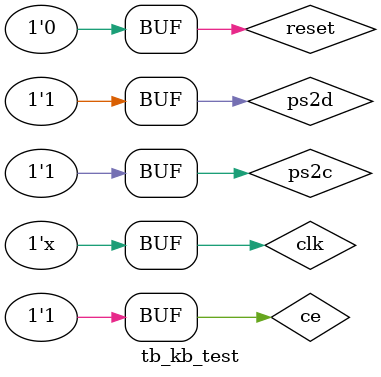
<source format=v>


module tb_kb_test;

	// Inputs
	reg clk;
	reg reset;
	reg ps2d;
	reg ps2c;

	// Outputs
	wire tx;
	
	reg ce;

	// Instantiate the Unit Under Test (UUT)
	kb_test uut (
		.clk(clk), 
		.reset(reset), 
		.ps2d(ps2d), 
		.ps2c(ps2c), 
		.tx(tx)
	);

	always #10 clk = !clk;
	always #2500 ps2c = !ps2c | ce;


	initial begin
		// Initialize Inputs
		clk = 0;
		reset = 1;
		#10 reset = 0;
		ps2d = 1;
		ps2c = 1;
		ce = 1;
		//Char 1 - 45h '0' => 30h 0011 0000
		#5000 ce =0;ps2d = 0;
		
		//Data
		#5000 ps2d = 1;
		#5000 ps2d = 0;
		#5000 ps2d = 1;
		#5000 ps2d = 0;
		
		#5000 ps2d = 0;
		#5000 ps2d = 0;
		#5000 ps2d = 1;
		#5000 ps2d = 0;
		//
		
		#5000 ps2d = 1;
		#5000 ps2d = 1;
		
		#5000 ce = 1;

		
		//F0
		//Data
		
		#5000 ce =0;ps2d = 0;
		
		#5000 ps2d = 0;
		#5000 ps2d = 0;
		#5000 ps2d = 0;
		#5000 ps2d = 0;
		
		#5000 ps2d = 1;
		#5000 ps2d = 1;
		#5000 ps2d = 1;
		#5000 ps2d = 1;
		//
		
		#5000 ps2d = 0;
		#5000 ps2d = 1;
		
		#5000 ce = 1;
		
		
		
		
		
		
		//Char 1 - 45h '0' => 30h 0011 0000
		#5000 ce =0;ps2d = 0;
		
		//Data
		#5000 ps2d = 1;
		#5000 ps2d = 0;
		#5000 ps2d = 1;
		#5000 ps2d = 0;
		
		#5000 ps2d = 0;
		#5000 ps2d = 0;
		#5000 ps2d = 1;
		#5000 ps2d = 0;
		//
		
		#5000 ps2d = 1;
		#5000 ps2d = 1;
		
		#5000 ce = 1;
		
		
	end
      
endmodule


</source>
